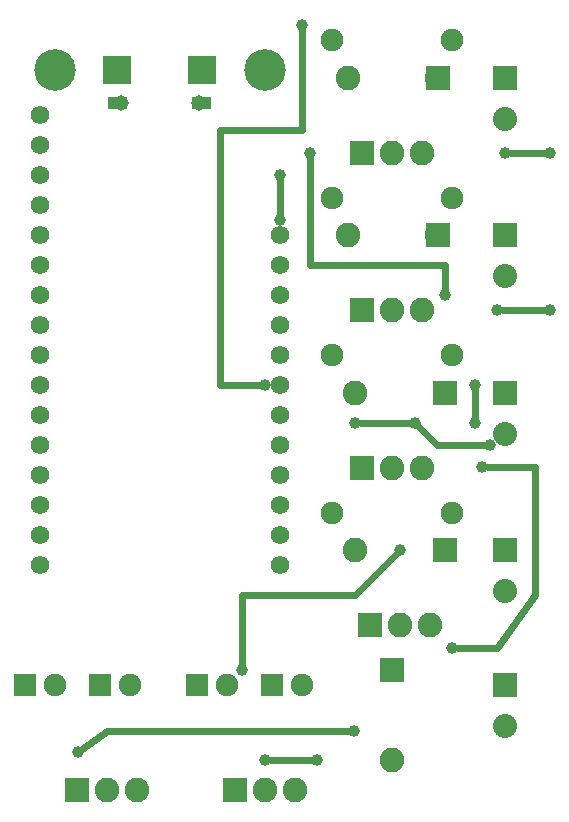
<source format=gtl>
G04 MADE WITH FRITZING*
G04 WWW.FRITZING.ORG*
G04 DOUBLE SIDED*
G04 HOLES PLATED*
G04 CONTOUR ON CENTER OF CONTOUR VECTOR*
%ASAXBY*%
%FSLAX23Y23*%
%MOIN*%
%OFA0B0*%
%SFA1.0B1.0*%
%ADD10C,0.039370*%
%ADD11C,0.082000*%
%ADD12C,0.075000*%
%ADD13C,0.080000*%
%ADD14C,0.138425*%
%ADD15C,0.095000*%
%ADD16C,0.051496*%
%ADD17C,0.062000*%
%ADD18R,0.082000X0.082000*%
%ADD19R,0.075000X0.075000*%
%ADD20R,0.080000X0.080000*%
%ADD21R,0.095000X0.095000*%
%ADD22C,0.024000*%
%ADD23R,0.001000X0.001000*%
%LNCOPPER1*%
G90*
G70*
G54D10*
X1070Y2642D03*
X1096Y2216D03*
X996Y2143D03*
X1746Y2216D03*
X1895Y2216D03*
X1720Y1693D03*
X1895Y1693D03*
X1545Y1743D03*
X1647Y1442D03*
X1446Y1317D03*
X1247Y1317D03*
X1670Y1168D03*
X1571Y566D03*
X1697Y1244D03*
X1647Y1317D03*
X946Y192D03*
X1121Y192D03*
X1396Y893D03*
X870Y493D03*
X1244Y290D03*
X323Y218D03*
X998Y1992D03*
X945Y1442D03*
G54D11*
X321Y92D03*
X421Y92D03*
X521Y92D03*
G54D12*
X721Y442D03*
X821Y442D03*
X971Y442D03*
X1071Y442D03*
G54D11*
X1296Y642D03*
X1396Y642D03*
X1496Y642D03*
X1271Y1167D03*
X1371Y1167D03*
X1471Y1167D03*
X1271Y1692D03*
X1371Y1692D03*
X1471Y1692D03*
X1271Y2217D03*
X1371Y2217D03*
X1471Y2217D03*
G54D13*
X1746Y2467D03*
X1746Y2330D03*
X1746Y892D03*
X1746Y755D03*
X1746Y1417D03*
X1746Y1280D03*
X1746Y1942D03*
X1746Y1805D03*
G54D14*
X246Y2492D03*
G54D15*
X738Y2492D03*
G54D16*
X726Y2382D03*
G54D17*
X196Y842D03*
X196Y942D03*
X196Y1042D03*
X196Y1142D03*
X196Y1242D03*
X196Y1342D03*
X196Y1442D03*
X196Y1542D03*
X196Y1642D03*
G54D14*
X946Y2492D03*
G54D17*
X196Y1742D03*
X196Y1842D03*
X196Y1942D03*
X196Y2042D03*
X196Y2142D03*
X196Y2242D03*
X196Y2342D03*
X996Y1942D03*
X996Y1842D03*
X996Y1742D03*
X996Y1642D03*
X996Y1542D03*
X996Y1442D03*
X996Y1342D03*
X996Y1242D03*
X996Y1142D03*
X996Y1042D03*
X996Y942D03*
X996Y842D03*
G54D16*
X466Y2382D03*
G54D15*
X454Y2492D03*
G54D11*
X846Y92D03*
X946Y92D03*
X1046Y92D03*
X1546Y892D03*
X1248Y892D03*
X1546Y1417D03*
X1248Y1417D03*
X1521Y1942D03*
X1223Y1942D03*
X1521Y2467D03*
X1223Y2467D03*
G54D12*
X1171Y1017D03*
X1571Y1017D03*
X1571Y1542D03*
X1171Y1542D03*
X1571Y2067D03*
X1171Y2067D03*
X1571Y2592D03*
X1171Y2592D03*
X396Y442D03*
X496Y442D03*
X146Y442D03*
X246Y442D03*
G54D11*
X1371Y492D03*
X1371Y194D03*
G54D13*
X1746Y442D03*
X1746Y305D03*
G54D18*
X321Y92D03*
G54D19*
X721Y442D03*
X971Y442D03*
G54D18*
X1296Y642D03*
X1271Y1167D03*
X1271Y1692D03*
X1271Y2217D03*
G54D20*
X1746Y2467D03*
X1746Y892D03*
X1746Y1417D03*
X1746Y1942D03*
G54D21*
X738Y2492D03*
X454Y2492D03*
G54D18*
X846Y92D03*
X1547Y892D03*
X1547Y1417D03*
X1522Y1942D03*
X1522Y2467D03*
G54D19*
X396Y442D03*
X146Y442D03*
G54D18*
X1371Y493D03*
G54D20*
X1746Y442D03*
G54D22*
X1095Y1842D02*
X1545Y1842D01*
D02*
X1545Y1842D02*
X1545Y1762D01*
D02*
X1096Y2197D02*
X1095Y1842D01*
D02*
X796Y2292D02*
X796Y1442D01*
D02*
X1070Y2292D02*
X796Y2292D01*
D02*
X1070Y2623D02*
X1070Y2292D01*
D02*
X796Y1442D02*
X926Y1442D01*
D02*
X1876Y1693D02*
X1739Y1693D01*
D02*
X1765Y2216D02*
X1876Y2216D01*
D02*
X1427Y1317D02*
X1266Y1317D01*
D02*
X1678Y1244D02*
X1521Y1244D01*
D02*
X1521Y1244D02*
X1459Y1304D01*
D02*
X1590Y566D02*
X1720Y566D01*
D02*
X1720Y566D02*
X1846Y741D01*
D02*
X1846Y741D02*
X1846Y1168D01*
D02*
X1846Y1168D02*
X1689Y1168D01*
D02*
X1647Y1336D02*
X1647Y1423D01*
D02*
X420Y290D02*
X1225Y290D01*
D02*
X338Y229D02*
X420Y290D01*
D02*
X870Y512D02*
X870Y741D01*
D02*
X1247Y741D02*
X1383Y880D01*
D02*
X870Y741D02*
X1247Y741D01*
D02*
X965Y192D02*
X1102Y192D01*
D02*
X996Y2124D02*
X998Y2011D01*
G54D23*
X425Y2403D02*
X461Y2403D01*
X470Y2403D02*
X486Y2403D01*
X705Y2403D02*
X720Y2403D01*
X730Y2403D02*
X766Y2403D01*
X424Y2402D02*
X458Y2402D01*
X473Y2402D02*
X486Y2402D01*
X705Y2402D02*
X717Y2402D01*
X733Y2402D02*
X766Y2402D01*
X424Y2401D02*
X455Y2401D01*
X475Y2401D02*
X486Y2401D01*
X705Y2401D02*
X715Y2401D01*
X735Y2401D02*
X766Y2401D01*
X424Y2400D02*
X454Y2400D01*
X477Y2400D02*
X486Y2400D01*
X705Y2400D02*
X713Y2400D01*
X737Y2400D02*
X766Y2400D01*
X424Y2399D02*
X452Y2399D01*
X479Y2399D02*
X486Y2399D01*
X705Y2399D02*
X712Y2399D01*
X738Y2399D02*
X766Y2399D01*
X424Y2398D02*
X451Y2398D01*
X480Y2398D02*
X486Y2398D01*
X705Y2398D02*
X711Y2398D01*
X740Y2398D02*
X766Y2398D01*
X424Y2397D02*
X450Y2397D01*
X481Y2397D02*
X486Y2397D01*
X705Y2397D02*
X710Y2397D01*
X741Y2397D02*
X766Y2397D01*
X424Y2396D02*
X449Y2396D01*
X482Y2396D02*
X486Y2396D01*
X705Y2396D02*
X709Y2396D01*
X741Y2396D02*
X766Y2396D01*
X424Y2395D02*
X448Y2395D01*
X483Y2395D02*
X486Y2395D01*
X705Y2395D02*
X708Y2395D01*
X742Y2395D02*
X766Y2395D01*
X424Y2394D02*
X448Y2394D01*
X483Y2394D02*
X486Y2394D01*
X705Y2394D02*
X707Y2394D01*
X743Y2394D02*
X766Y2394D01*
X424Y2393D02*
X447Y2393D01*
X484Y2393D02*
X486Y2393D01*
X705Y2393D02*
X707Y2393D01*
X744Y2393D02*
X766Y2393D01*
X424Y2392D02*
X447Y2392D01*
X484Y2392D02*
X486Y2392D01*
X705Y2392D02*
X706Y2392D01*
X744Y2392D02*
X766Y2392D01*
X424Y2391D02*
X446Y2391D01*
X485Y2391D02*
X486Y2391D01*
X705Y2391D02*
X706Y2391D01*
X745Y2391D02*
X766Y2391D01*
X424Y2390D02*
X446Y2390D01*
X485Y2390D02*
X486Y2390D01*
X705Y2390D02*
X705Y2390D01*
X745Y2390D02*
X766Y2390D01*
X424Y2389D02*
X445Y2389D01*
X486Y2389D02*
X486Y2389D01*
X705Y2389D02*
X705Y2389D01*
X745Y2389D02*
X766Y2389D01*
X424Y2388D02*
X445Y2388D01*
X486Y2388D02*
X486Y2388D01*
X705Y2388D02*
X705Y2388D01*
X746Y2388D02*
X766Y2388D01*
X424Y2387D02*
X445Y2387D01*
X746Y2387D02*
X766Y2387D01*
X424Y2386D02*
X444Y2386D01*
X746Y2386D02*
X766Y2386D01*
X424Y2385D02*
X444Y2385D01*
X746Y2385D02*
X766Y2385D01*
X424Y2384D02*
X444Y2384D01*
X746Y2384D02*
X766Y2384D01*
X424Y2383D02*
X444Y2383D01*
X746Y2383D02*
X766Y2383D01*
X424Y2382D02*
X444Y2382D01*
X746Y2382D02*
X766Y2382D01*
X424Y2381D02*
X444Y2381D01*
X746Y2381D02*
X766Y2381D01*
X424Y2380D02*
X444Y2380D01*
X746Y2380D02*
X766Y2380D01*
X424Y2379D02*
X445Y2379D01*
X746Y2379D02*
X766Y2379D01*
X424Y2378D02*
X445Y2378D01*
X486Y2378D02*
X486Y2378D01*
X705Y2378D02*
X705Y2378D01*
X746Y2378D02*
X766Y2378D01*
X424Y2377D02*
X445Y2377D01*
X486Y2377D02*
X486Y2377D01*
X705Y2377D02*
X705Y2377D01*
X746Y2377D02*
X766Y2377D01*
X424Y2376D02*
X445Y2376D01*
X485Y2376D02*
X486Y2376D01*
X705Y2376D02*
X705Y2376D01*
X745Y2376D02*
X766Y2376D01*
X424Y2375D02*
X446Y2375D01*
X485Y2375D02*
X486Y2375D01*
X705Y2375D02*
X705Y2375D01*
X745Y2375D02*
X766Y2375D01*
X424Y2374D02*
X446Y2374D01*
X485Y2374D02*
X486Y2374D01*
X705Y2374D02*
X706Y2374D01*
X745Y2374D02*
X766Y2374D01*
X424Y2373D02*
X447Y2373D01*
X484Y2373D02*
X486Y2373D01*
X705Y2373D02*
X706Y2373D01*
X744Y2373D02*
X766Y2373D01*
X424Y2372D02*
X447Y2372D01*
X484Y2372D02*
X486Y2372D01*
X705Y2372D02*
X707Y2372D01*
X743Y2372D02*
X766Y2372D01*
X424Y2371D02*
X448Y2371D01*
X483Y2371D02*
X486Y2371D01*
X705Y2371D02*
X708Y2371D01*
X743Y2371D02*
X766Y2371D01*
X424Y2370D02*
X449Y2370D01*
X482Y2370D02*
X486Y2370D01*
X705Y2370D02*
X708Y2370D01*
X742Y2370D02*
X766Y2370D01*
X424Y2369D02*
X449Y2369D01*
X481Y2369D02*
X486Y2369D01*
X705Y2369D02*
X709Y2369D01*
X741Y2369D02*
X766Y2369D01*
X424Y2368D02*
X450Y2368D01*
X481Y2368D02*
X486Y2368D01*
X705Y2368D02*
X710Y2368D01*
X740Y2368D02*
X766Y2368D01*
X424Y2367D02*
X451Y2367D01*
X479Y2367D02*
X486Y2367D01*
X705Y2367D02*
X711Y2367D01*
X739Y2367D02*
X766Y2367D01*
X424Y2366D02*
X453Y2366D01*
X478Y2366D02*
X486Y2366D01*
X705Y2366D02*
X712Y2366D01*
X738Y2366D02*
X766Y2366D01*
X424Y2365D02*
X454Y2365D01*
X477Y2365D02*
X486Y2365D01*
X705Y2365D02*
X714Y2365D01*
X736Y2365D02*
X766Y2365D01*
X424Y2364D02*
X456Y2364D01*
X475Y2364D02*
X486Y2364D01*
X705Y2364D02*
X716Y2364D01*
X735Y2364D02*
X766Y2364D01*
X424Y2363D02*
X459Y2363D01*
X472Y2363D02*
X486Y2363D01*
X705Y2363D02*
X718Y2363D01*
X732Y2363D02*
X766Y2363D01*
X425Y2362D02*
X461Y2362D01*
X470Y2362D02*
X485Y2362D01*
X705Y2362D02*
X720Y2362D01*
X730Y2362D02*
X766Y2362D01*
D02*
G04 End of Copper1*
M02*
</source>
